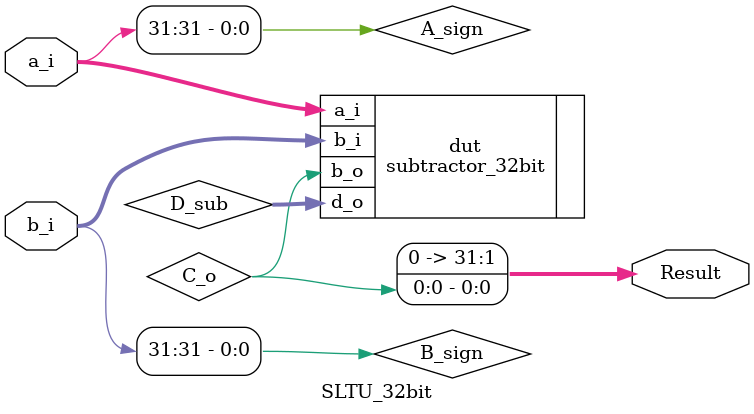
<source format=sv>
module SLTU_32bit (
    input logic [31:0] a_i,    // Operand A (rs1)
    input logic [31:0] b_i,    // Operand B (rs2)
    output logic [31:0] Result      // Kết quả (A < B với so sánh không dấu)
);
logic A_sign      ;
 logic B_sign      ;
 logic [31:0] D_sub;
 logic C_o         ;

subtractor_32bit dut (.a_i(a_i)  ,
                      .b_i(b_i)  ,
                      .d_o(D_sub),
                      .b_o(C_o)) ;

 assign A_sign = a_i[31];
 assign B_sign = b_i[31];
 
 assign Result = {{31{1'b0}}, C_o };

endmodule


</source>
